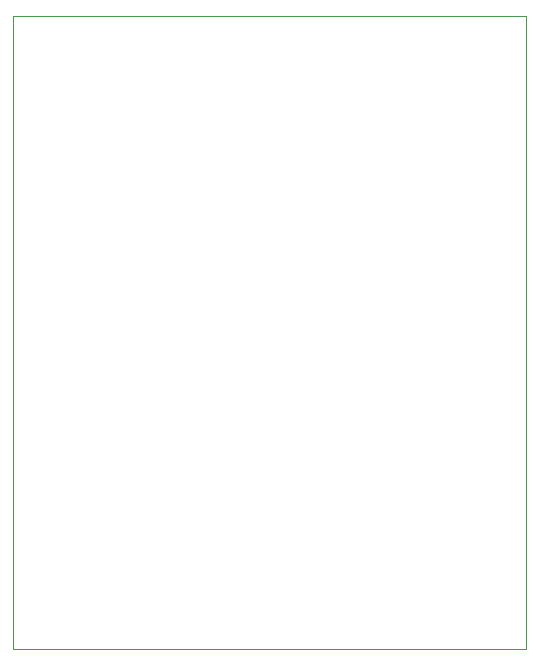
<source format=gbr>
G04*
G04 #@! TF.GenerationSoftware,Altium Limited,Altium Designer,22.4.2 (48)*
G04*
G04 Layer_Color=0*
%FSLAX25Y25*%
%MOIN*%
G70*
G04*
G04 #@! TF.SameCoordinates,AC32F47B-EC56-4475-8078-1485B9E55ABE*
G04*
G04*
G04 #@! TF.FilePolarity,Positive*
G04*
G01*
G75*
%ADD38C,0.00100*%
D38*
X386000Y109000D02*
X557000D01*
Y320000D01*
X386000D01*
Y109000D01*
M02*

</source>
